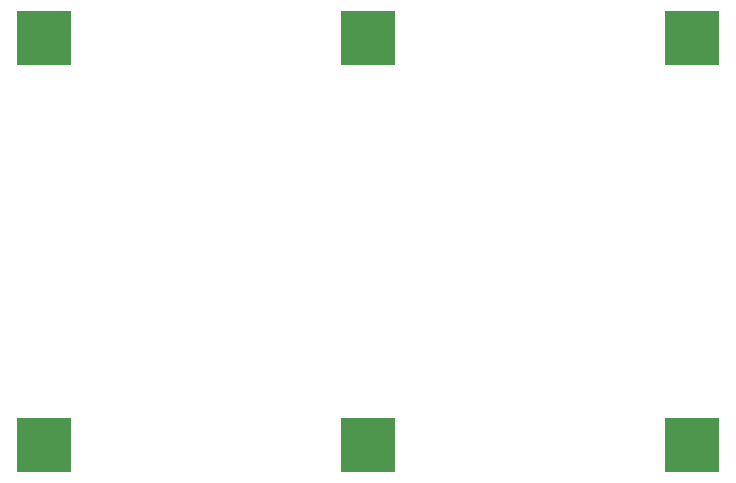
<source format=gbp>
%TF.GenerationSoftware,KiCad,Pcbnew,9.0.5*%
%TF.CreationDate,2025-10-18T13:07:23+01:00*%
%TF.ProjectId,pmic_panel,706d6963-5f70-4616-9e65-6c2e6b696361,rev?*%
%TF.SameCoordinates,Original*%
%TF.FileFunction,Paste,Bot*%
%TF.FilePolarity,Positive*%
%FSLAX46Y46*%
G04 Gerber Fmt 4.6, Leading zero omitted, Abs format (unit mm)*
G04 Created by KiCad (PCBNEW 9.0.5) date 2025-10-18 13:07:23*
%MOMM*%
%LPD*%
G01*
G04 APERTURE LIST*
%ADD10R,4.546000X4.546000*%
G04 APERTURE END LIST*
D10*
%TO.C,U2*%
X121100000Y-75100000D03*
%TD*%
%TO.C,U2*%
X148500000Y-75100000D03*
%TD*%
%TO.C,U2*%
X148500000Y-40700000D03*
%TD*%
%TO.C,U2*%
X121100000Y-40700000D03*
%TD*%
%TO.C,U2*%
X175900000Y-75100000D03*
%TD*%
%TO.C,U2*%
X175900000Y-40700000D03*
%TD*%
M02*

</source>
